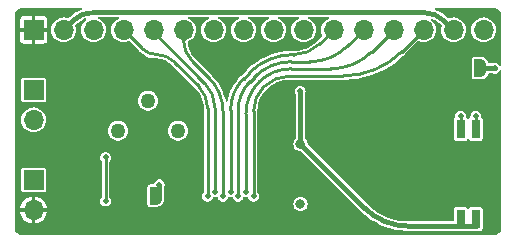
<source format=gbr>
%TF.GenerationSoftware,KiCad,Pcbnew,8.0.6*%
%TF.CreationDate,2024-12-17T20:27:31+00:00*%
%TF.ProjectId,003-UART-1602,3030332d-5541-4525-942d-313630322e6b,MkI*%
%TF.SameCoordinates,Original*%
%TF.FileFunction,Copper,L2,Bot*%
%TF.FilePolarity,Positive*%
%FSLAX46Y46*%
G04 Gerber Fmt 4.6, Leading zero omitted, Abs format (unit mm)*
G04 Created by KiCad (PCBNEW 8.0.6) date 2024-12-17 20:27:31*
%MOMM*%
%LPD*%
G01*
G04 APERTURE LIST*
G04 Aperture macros list*
%AMFreePoly0*
4,1,19,0.500000,-0.750000,0.000000,-0.750000,0.000000,-0.744911,-0.071157,-0.744911,-0.207708,-0.704816,-0.327430,-0.627875,-0.420627,-0.520320,-0.479746,-0.390866,-0.500000,-0.250000,-0.500000,0.250000,-0.479746,0.390866,-0.420627,0.520320,-0.327430,0.627875,-0.207708,0.704816,-0.071157,0.744911,0.000000,0.744911,0.000000,0.750000,0.500000,0.750000,0.500000,-0.750000,0.500000,-0.750000,
$1*%
%AMFreePoly1*
4,1,19,0.000000,0.744911,0.071157,0.744911,0.207708,0.704816,0.327430,0.627875,0.420627,0.520320,0.479746,0.390866,0.500000,0.250000,0.500000,-0.250000,0.479746,-0.390866,0.420627,-0.520320,0.327430,-0.627875,0.207708,-0.704816,0.071157,-0.744911,0.000000,-0.744911,0.000000,-0.750000,-0.500000,-0.750000,-0.500000,0.750000,0.000000,0.750000,0.000000,0.744911,0.000000,0.744911,
$1*%
G04 Aperture macros list end*
%TA.AperFunction,SMDPad,CuDef*%
%ADD10R,0.760000X1.600000*%
%TD*%
%TA.AperFunction,ComponentPad*%
%ADD11R,1.700000X1.700000*%
%TD*%
%TA.AperFunction,ComponentPad*%
%ADD12O,1.700000X1.700000*%
%TD*%
%TA.AperFunction,SMDPad,CuDef*%
%ADD13FreePoly0,0.000000*%
%TD*%
%TA.AperFunction,SMDPad,CuDef*%
%ADD14FreePoly1,0.000000*%
%TD*%
%TA.AperFunction,ComponentPad*%
%ADD15C,1.260000*%
%TD*%
%TA.AperFunction,ViaPad*%
%ADD16C,0.500000*%
%TD*%
%TA.AperFunction,ViaPad*%
%ADD17C,0.800000*%
%TD*%
%TA.AperFunction,Conductor*%
%ADD18C,0.250000*%
%TD*%
%TA.AperFunction,Conductor*%
%ADD19C,0.400000*%
%TD*%
G04 APERTURE END LIST*
D10*
%TO.P,SW1,1*%
%TO.N,/BAUD_SEL0*%
X69185000Y-71890000D03*
%TO.P,SW1,2*%
%TO.N,/BAUD_SEL1*%
X70455000Y-71890000D03*
%TO.P,SW1,3*%
%TO.N,/VBUS_VIN*%
X70455000Y-79510000D03*
%TO.P,SW1,4*%
X69185000Y-79510000D03*
%TD*%
D11*
%TO.P,DS1,1,VSS*%
%TO.N,GND*%
X33020000Y-63500000D03*
D12*
%TO.P,DS1,2,VDD*%
%TO.N,/VBUS_VIN*%
X35560000Y-63500000D03*
%TO.P,DS1,3,VO*%
%TO.N,/LCD_CONTRAST*%
X38099999Y-63500000D03*
%TO.P,DS1,4,RS*%
%TO.N,/LCD_RS*%
X40640000Y-63500000D03*
%TO.P,DS1,5,R/W*%
%TO.N,/LCD_RW*%
X43180000Y-63500000D03*
%TO.P,DS1,6,E*%
%TO.N,/LCD_EN*%
X45720000Y-63500000D03*
%TO.P,DS1,7,D0*%
%TO.N,unconnected-(DS1-D0-Pad7)*%
X48260000Y-63500000D03*
%TO.P,DS1,8,D1*%
%TO.N,unconnected-(DS1-D1-Pad8)*%
X50800001Y-63500000D03*
%TO.P,DS1,9,D2*%
%TO.N,unconnected-(DS1-D2-Pad9)*%
X53340000Y-63500000D03*
%TO.P,DS1,10,D3*%
%TO.N,unconnected-(DS1-D3-Pad10)*%
X55880000Y-63500000D03*
%TO.P,DS1,11,D4*%
%TO.N,/LCD_DA_0*%
X58420000Y-63500000D03*
%TO.P,DS1,12,D5*%
%TO.N,/LCD_DA_1*%
X60959999Y-63500000D03*
%TO.P,DS1,13,D6*%
%TO.N,/LCD_DA_2*%
X63500000Y-63500000D03*
%TO.P,DS1,14,D7*%
%TO.N,/LCD_DA_3*%
X66040000Y-63500000D03*
%TO.P,DS1,15,LED(+)*%
%TO.N,/VBUS_VIN*%
X68580000Y-63500000D03*
%TO.P,DS1,16,LED(-)*%
%TO.N,Net-(DS1-LED(-))*%
X71119999Y-63500000D03*
%TD*%
D11*
%TO.P,J2,1,Pin_1*%
%TO.N,/UART_RX*%
X33020000Y-76200000D03*
D12*
%TO.P,J2,2,Pin_2*%
%TO.N,GND*%
X33020000Y-78740000D03*
%TD*%
D11*
%TO.P,J1,1,Pin_1*%
%TO.N,/VBUS_VIN*%
X33020000Y-68580000D03*
D12*
%TO.P,J1,2,Pin_2*%
%TO.N,/VBUS_GND*%
X33020000Y-71120000D03*
%TD*%
D13*
%TO.P,JP2,1,A*%
%TO.N,GND*%
X69550001Y-66740000D03*
D14*
%TO.P,JP2,2,B*%
%TO.N,Net-(DS1-LED(-))*%
X70849999Y-66740000D03*
%TD*%
D15*
%TO.P,RV1,1,1*%
%TO.N,Net-(D1-A)*%
X45249999Y-72040000D03*
%TO.P,RV1,2,2*%
%TO.N,/LCD_CONTRAST*%
X42709999Y-69500000D03*
%TO.P,RV1,3,3*%
%TO.N,/VBUS_VIN*%
X40170000Y-72040000D03*
%TD*%
D13*
%TO.P,JP1,1,A*%
%TO.N,GND*%
X42070001Y-77540000D03*
D14*
%TO.P,JP1,2,B*%
%TO.N,Net-(D1-A)*%
X43369999Y-77540000D03*
%TD*%
D16*
%TO.N,GND*%
X64770000Y-76200000D03*
X59690000Y-72390000D03*
X59690000Y-80010000D03*
X33020000Y-73660000D03*
X33020000Y-66040000D03*
X35560000Y-80010000D03*
X35560000Y-76200000D03*
X35560000Y-72390000D03*
X38100000Y-72390000D03*
X38100000Y-76200000D03*
X38100000Y-80010000D03*
X46990000Y-69850000D03*
X46990000Y-72390000D03*
X46990000Y-74930000D03*
X64770000Y-72390000D03*
X59690000Y-68580000D03*
X64770000Y-68580000D03*
X69850000Y-64770000D03*
X67310000Y-64770000D03*
X43180000Y-67310000D03*
X49530000Y-67310000D03*
X54610000Y-64770000D03*
X52070000Y-64770000D03*
X49530000Y-64770000D03*
X46990000Y-64770000D03*
X36830000Y-64770000D03*
X34290000Y-64770000D03*
%TO.N,/VBUS_VIN*%
X55600699Y-68690000D03*
%TO.N,/CHRGPMP*%
X39120000Y-74300000D03*
X39120000Y-77990000D03*
%TO.N,/BAUD_SEL0*%
X69170000Y-70800000D03*
%TO.N,/BAUD_SEL1*%
X70470000Y-70800000D03*
%TO.N,Net-(D1-A)*%
X43670000Y-76600000D03*
%TO.N,GND*%
X35120000Y-70040000D03*
X41770000Y-76600000D03*
X69650700Y-68677500D03*
D17*
X55620000Y-75700000D03*
D16*
X42320000Y-73800000D03*
D17*
%TO.N,/VBUS_VIN*%
X55620000Y-73160000D03*
D16*
%TO.N,/LCD_DA_2*%
X51000699Y-77190000D03*
%TO.N,/LCD_RS*%
X47750699Y-77590000D03*
%TO.N,/LCD_DA_0*%
X49700699Y-77190000D03*
%TO.N,/LCD_DA_1*%
X50350699Y-77590000D03*
%TO.N,/LCD_RW*%
X48400699Y-77190000D03*
%TO.N,/LCD_DA_3*%
X51650699Y-77590000D03*
%TO.N,Net-(DS1-LED(-))*%
X72075700Y-66740000D03*
%TO.N,/LCD_EN*%
X49050699Y-77590000D03*
D17*
%TO.N,/SWIO*%
X55620000Y-78240001D03*
%TD*%
D18*
%TO.N,/LCD_DA_0*%
X49700699Y-70279510D02*
G75*
G02*
X50803923Y-67616057I3766701J10D01*
G01*
X55010694Y-65590000D02*
G75*
G03*
X51288012Y-67131978I6J-5264700D01*
G01*
%TO.N,/LCD_DA_1*%
X56431628Y-66190000D02*
G75*
G03*
X59569905Y-64890058I-28J4438200D01*
G01*
X51744118Y-67475882D02*
G75*
G02*
X54848512Y-66190015I3104382J-3104418D01*
G01*
X50350699Y-70275565D02*
G75*
G02*
X51345100Y-67874944I3395001J-35D01*
G01*
%TO.N,/LCD_DA_0*%
X57226822Y-64693178D02*
G75*
G02*
X55061702Y-65589984I-2165122J2165178D01*
G01*
%TO.N,/LCD_DA_2*%
X52121744Y-67898256D02*
G75*
G03*
X51000702Y-70604697I2706456J-2706444D01*
G01*
X54797289Y-66790000D02*
G75*
G03*
X52121743Y-67898255I11J-3783800D01*
G01*
%TO.N,/LCD_DA_3*%
X52495057Y-68324943D02*
G75*
G03*
X51650696Y-70363404I2038443J-2038457D01*
G01*
X59239531Y-67390000D02*
G75*
G03*
X64207999Y-65331973I-31J7026500D01*
G01*
X54752233Y-67390000D02*
G75*
G03*
X52495051Y-68324937I-33J-3192100D01*
G01*
%TO.N,/LCD_DA_2*%
X61641003Y-65358997D02*
G75*
G02*
X58186255Y-66789984I-3454703J3454697D01*
G01*
%TO.N,/LCD_RW*%
X47488056Y-67968056D02*
G75*
G02*
X48400707Y-70171371I-2203356J-2203344D01*
G01*
%TO.N,/LCD_EN*%
X47883748Y-67563748D02*
G75*
G02*
X49050693Y-70381017I-2817248J-2817252D01*
G01*
X45720000Y-64372158D02*
G75*
G03*
X46446778Y-66126808I2481400J-42D01*
G01*
%TO.N,/LCD_RS*%
X46989781Y-68269781D02*
G75*
G02*
X47750710Y-70106799I-1836981J-1837019D01*
G01*
X43462442Y-65590000D02*
G75*
G02*
X42212059Y-65072113I-42J1768300D01*
G01*
X43462442Y-65590000D02*
G75*
G02*
X44909288Y-66189266I58J-2046100D01*
G01*
D19*
%TO.N,/VBUS_VIN*%
X65946320Y-62000000D02*
G75*
G02*
X67881614Y-62801652I-20J-2736900D01*
G01*
X38129846Y-62000000D02*
G75*
G03*
X36303490Y-62756480I-46J-2582800D01*
G01*
X64781979Y-80115000D02*
G75*
G02*
X61014445Y-78554417I21J5328100D01*
G01*
%TO.N,Net-(DS1-LED(-))*%
X72075700Y-66740000D02*
X70849999Y-66740000D01*
%TO.N,/VBUS_VIN*%
X55620000Y-73160000D02*
X61014431Y-78554431D01*
X64781979Y-80115000D02*
X70450699Y-80115000D01*
X70450699Y-80115000D02*
X70455000Y-80110699D01*
X70455000Y-80110699D02*
X70455000Y-79510000D01*
D18*
%TO.N,/LCD_RS*%
X47750699Y-77590000D02*
X47750699Y-70106799D01*
X46989781Y-68269781D02*
X44909277Y-66189277D01*
X42212086Y-65072086D02*
X40640000Y-63500000D01*
%TO.N,/LCD_DA_3*%
X51650699Y-77590000D02*
X51650699Y-70363404D01*
X54752233Y-67390000D02*
X59239531Y-67390000D01*
X64208013Y-65331987D02*
X66040000Y-63500000D01*
%TO.N,/LCD_DA_2*%
X51000699Y-77190000D02*
X51000699Y-70604697D01*
X54797289Y-66790000D02*
X58186255Y-66790000D01*
X61641003Y-65358997D02*
X63500000Y-63500000D01*
%TO.N,/LCD_DA_1*%
X50350699Y-77590000D02*
X50350699Y-70275565D01*
X51345078Y-67874922D02*
X51744118Y-67475882D01*
X54848512Y-66190000D02*
X56431628Y-66190000D01*
X59569923Y-64890076D02*
X60959999Y-63500000D01*
%TO.N,/LCD_DA_0*%
X49700699Y-77190000D02*
X49700699Y-70279510D01*
X50803933Y-67616067D02*
X51288017Y-67131983D01*
X55010694Y-65590000D02*
X55061702Y-65590000D01*
X57226822Y-64693178D02*
X58420000Y-63500000D01*
%TO.N,/CHRGPMP*%
X39120000Y-77990000D02*
X39120000Y-74300000D01*
%TO.N,/LCD_EN*%
X49050699Y-77590000D02*
X49050699Y-70381017D01*
X47883748Y-67563748D02*
X46446793Y-66126793D01*
X45720000Y-64372158D02*
X45720000Y-63500000D01*
%TO.N,/LCD_RW*%
X48400699Y-77190000D02*
X48400699Y-70171371D01*
X47488056Y-67968056D02*
X43180000Y-63660000D01*
X43180000Y-63660000D02*
X43180000Y-63500000D01*
D19*
%TO.N,/VBUS_VIN*%
X35560000Y-63500000D02*
X36303505Y-62756495D01*
X38129846Y-62000000D02*
X65946320Y-62000000D01*
X67881633Y-62801633D02*
X68580000Y-63500000D01*
D18*
%TO.N,/BAUD_SEL0*%
X69170000Y-70800000D02*
X69185000Y-70815000D01*
X69185000Y-70815000D02*
X69185000Y-71890000D01*
%TO.N,/BAUD_SEL1*%
X70470000Y-70800000D02*
X70470000Y-71875000D01*
X70470000Y-71875000D02*
X70455000Y-71890000D01*
D19*
%TO.N,GND*%
X41770000Y-76600000D02*
X41770000Y-77239998D01*
X41770000Y-77239998D02*
X42070002Y-77540000D01*
%TO.N,Net-(D1-A)*%
X43670000Y-76600000D02*
X43670000Y-77239999D01*
X43670000Y-77239999D02*
X43369999Y-77540000D01*
%TO.N,/VBUS_VIN*%
X55600699Y-68690000D02*
X55620000Y-68709301D01*
X55620000Y-68709301D02*
X55620000Y-73160000D01*
%TD*%
%TA.AperFunction,Conductor*%
%TO.N,GND*%
G36*
X37093620Y-61672174D02*
G01*
X37115294Y-61724500D01*
X37093620Y-61776826D01*
X37069612Y-61792867D01*
X36852780Y-61882679D01*
X36852750Y-61882694D01*
X36594271Y-62020852D01*
X36594258Y-62020860D01*
X36350533Y-62183708D01*
X36123946Y-62369661D01*
X36057591Y-62436016D01*
X35999063Y-62494542D01*
X35946737Y-62516215D01*
X35925258Y-62513029D01*
X35765937Y-62464700D01*
X35560000Y-62444417D01*
X35354064Y-62464700D01*
X35156043Y-62524769D01*
X34973549Y-62622315D01*
X34813590Y-62753589D01*
X34813589Y-62753590D01*
X34682315Y-62913549D01*
X34584769Y-63096043D01*
X34524700Y-63294064D01*
X34504417Y-63500000D01*
X34524700Y-63705935D01*
X34584769Y-63903956D01*
X34617892Y-63965925D01*
X34682315Y-64086450D01*
X34813590Y-64246410D01*
X34973550Y-64377685D01*
X35156046Y-64475232D01*
X35354066Y-64535300D01*
X35560000Y-64555583D01*
X35765934Y-64535300D01*
X35963954Y-64475232D01*
X36146450Y-64377685D01*
X36306410Y-64246410D01*
X36437685Y-64086450D01*
X36535232Y-63903954D01*
X36595300Y-63705934D01*
X36615583Y-63500000D01*
X36595300Y-63294066D01*
X36546969Y-63134738D01*
X36552521Y-63078377D01*
X36565452Y-63060940D01*
X36585261Y-63041131D01*
X36588224Y-63038330D01*
X36766085Y-62879385D01*
X36772564Y-62874218D01*
X36965387Y-62737404D01*
X36972397Y-62733000D01*
X37179341Y-62618628D01*
X37186794Y-62615039D01*
X37403532Y-62525267D01*
X37460168Y-62525267D01*
X37500216Y-62565316D01*
X37500216Y-62621953D01*
X37478794Y-62650837D01*
X37353589Y-62753589D01*
X37353588Y-62753590D01*
X37222314Y-62913549D01*
X37124768Y-63096043D01*
X37064699Y-63294064D01*
X37044416Y-63500000D01*
X37064699Y-63705935D01*
X37124768Y-63903956D01*
X37157891Y-63965925D01*
X37222314Y-64086450D01*
X37353589Y-64246410D01*
X37513549Y-64377685D01*
X37696045Y-64475232D01*
X37894065Y-64535300D01*
X38099999Y-64555583D01*
X38305933Y-64535300D01*
X38503953Y-64475232D01*
X38686449Y-64377685D01*
X38846409Y-64246410D01*
X38977684Y-64086450D01*
X39075231Y-63903954D01*
X39135299Y-63705934D01*
X39155582Y-63500000D01*
X39135299Y-63294066D01*
X39075231Y-63096046D01*
X38977684Y-62913550D01*
X38846409Y-62753590D01*
X38826693Y-62737410D01*
X38686449Y-62622315D01*
X38607529Y-62580131D01*
X38532003Y-62539761D01*
X38496074Y-62495981D01*
X38501626Y-62439616D01*
X38545407Y-62403686D01*
X38566888Y-62400500D01*
X40173111Y-62400500D01*
X40225437Y-62422174D01*
X40247111Y-62474500D01*
X40225437Y-62526826D01*
X40207996Y-62539760D01*
X40192072Y-62548273D01*
X40053549Y-62622315D01*
X39893590Y-62753589D01*
X39893589Y-62753590D01*
X39762315Y-62913549D01*
X39664769Y-63096043D01*
X39604700Y-63294064D01*
X39584417Y-63500000D01*
X39604700Y-63705935D01*
X39664769Y-63903956D01*
X39697892Y-63965925D01*
X39762315Y-64086450D01*
X39893590Y-64246410D01*
X40053550Y-64377685D01*
X40236046Y-64475232D01*
X40434066Y-64535300D01*
X40640000Y-64555583D01*
X40845934Y-64535300D01*
X41043954Y-64475232D01*
X41043962Y-64475227D01*
X41043964Y-64475227D01*
X41067854Y-64462457D01*
X41124218Y-64456904D01*
X41155065Y-64475392D01*
X41942885Y-65263212D01*
X41942890Y-65263218D01*
X41960228Y-65280556D01*
X41960267Y-65280649D01*
X41981902Y-65302282D01*
X41981902Y-65302283D01*
X42065050Y-65385425D01*
X42248916Y-65532046D01*
X42448043Y-65657158D01*
X42659926Y-65759188D01*
X42881900Y-65836854D01*
X43111174Y-65889178D01*
X43344865Y-65915503D01*
X43460024Y-65915500D01*
X43464862Y-65915657D01*
X43682209Y-65929897D01*
X43691782Y-65931157D01*
X43903050Y-65973175D01*
X43912366Y-65975672D01*
X44116324Y-66044901D01*
X44125251Y-66048598D01*
X44318420Y-66143854D01*
X44326794Y-66148687D01*
X44505880Y-66268344D01*
X44513554Y-66274233D01*
X44586468Y-66338174D01*
X44677121Y-66417672D01*
X44680656Y-66420983D01*
X46758155Y-68498482D01*
X46761006Y-68501498D01*
X46811498Y-68557998D01*
X46926660Y-68686861D01*
X46931830Y-68693345D01*
X47074489Y-68894400D01*
X47078904Y-68901426D01*
X47198153Y-69117187D01*
X47201754Y-69124664D01*
X47296095Y-69352420D01*
X47298836Y-69360253D01*
X47367084Y-69597145D01*
X47368930Y-69605235D01*
X47410223Y-69848262D01*
X47411153Y-69856508D01*
X47417791Y-69974704D01*
X47424875Y-70100842D01*
X47425083Y-70104536D01*
X47425199Y-70108686D01*
X47425199Y-77250113D01*
X47407125Y-77298572D01*
X47367818Y-77343935D01*
X47367817Y-77343936D01*
X47314001Y-77461776D01*
X47295566Y-77590000D01*
X47314001Y-77718223D01*
X47314001Y-77718224D01*
X47314002Y-77718226D01*
X47367817Y-77836063D01*
X47452650Y-77933967D01*
X47561630Y-78004004D01*
X47685927Y-78040500D01*
X47815471Y-78040500D01*
X47939768Y-78004004D01*
X48048748Y-77933967D01*
X48133581Y-77836063D01*
X48187396Y-77718226D01*
X48191981Y-77686334D01*
X48220880Y-77637626D01*
X48275758Y-77623618D01*
X48286077Y-77625863D01*
X48335925Y-77640500D01*
X48335927Y-77640500D01*
X48465473Y-77640500D01*
X48496028Y-77631527D01*
X48515320Y-77625863D01*
X48571633Y-77631916D01*
X48607171Y-77676016D01*
X48609416Y-77686333D01*
X48614001Y-77718223D01*
X48614001Y-77718224D01*
X48614002Y-77718226D01*
X48667817Y-77836063D01*
X48752650Y-77933967D01*
X48861630Y-78004004D01*
X48985927Y-78040500D01*
X49115471Y-78040500D01*
X49239768Y-78004004D01*
X49348748Y-77933967D01*
X49433581Y-77836063D01*
X49487396Y-77718226D01*
X49491981Y-77686334D01*
X49520880Y-77637626D01*
X49575758Y-77623618D01*
X49586077Y-77625863D01*
X49635925Y-77640500D01*
X49635927Y-77640500D01*
X49765473Y-77640500D01*
X49796028Y-77631527D01*
X49815320Y-77625863D01*
X49871633Y-77631916D01*
X49907171Y-77676016D01*
X49909416Y-77686333D01*
X49914001Y-77718223D01*
X49914001Y-77718224D01*
X49914002Y-77718226D01*
X49967817Y-77836063D01*
X50052650Y-77933967D01*
X50161630Y-78004004D01*
X50285927Y-78040500D01*
X50415471Y-78040500D01*
X50539768Y-78004004D01*
X50648748Y-77933967D01*
X50733581Y-77836063D01*
X50787396Y-77718226D01*
X50791981Y-77686334D01*
X50820880Y-77637626D01*
X50875758Y-77623618D01*
X50886077Y-77625863D01*
X50935925Y-77640500D01*
X50935927Y-77640500D01*
X51065473Y-77640500D01*
X51096028Y-77631527D01*
X51115320Y-77625863D01*
X51171633Y-77631916D01*
X51207171Y-77676016D01*
X51209416Y-77686333D01*
X51214001Y-77718223D01*
X51214001Y-77718224D01*
X51214002Y-77718226D01*
X51267817Y-77836063D01*
X51352650Y-77933967D01*
X51461630Y-78004004D01*
X51585927Y-78040500D01*
X51715471Y-78040500D01*
X51839768Y-78004004D01*
X51948748Y-77933967D01*
X52033581Y-77836063D01*
X52087396Y-77718226D01*
X52105832Y-77590000D01*
X52087396Y-77461774D01*
X52033581Y-77343937D01*
X51994273Y-77298572D01*
X51976199Y-77250113D01*
X51976199Y-73160000D01*
X55014318Y-73160000D01*
X55034955Y-73316760D01*
X55034955Y-73316761D01*
X55095464Y-73462841D01*
X55191715Y-73588279D01*
X55191720Y-73588284D01*
X55275345Y-73652451D01*
X55317159Y-73684536D01*
X55463238Y-73745044D01*
X55620000Y-73765682D01*
X55620000Y-73765681D01*
X55620001Y-73765682D01*
X55624851Y-73765682D01*
X55624851Y-73767570D01*
X55673234Y-73780525D01*
X55680522Y-73786915D01*
X60771812Y-78878205D01*
X60772048Y-78878412D01*
X60890401Y-78996766D01*
X61078257Y-79157212D01*
X61232701Y-79289121D01*
X61596873Y-79553711D01*
X61596889Y-79553722D01*
X61980706Y-79788927D01*
X62381787Y-79993290D01*
X62381790Y-79993291D01*
X62381792Y-79993292D01*
X62797680Y-80165561D01*
X63225803Y-80304668D01*
X63663520Y-80409757D01*
X64108132Y-80480179D01*
X64556900Y-80515499D01*
X64714530Y-80515499D01*
X64714534Y-80515500D01*
X64729252Y-80515500D01*
X70503425Y-80515500D01*
X70503426Y-80515500D01*
X70508357Y-80514178D01*
X70512679Y-80513021D01*
X70531830Y-80510500D01*
X70854746Y-80510500D01*
X70854748Y-80510500D01*
X70913231Y-80498867D01*
X70979552Y-80454552D01*
X71023867Y-80388231D01*
X71035500Y-80329748D01*
X71035500Y-78690252D01*
X71023867Y-78631769D01*
X70979552Y-78565448D01*
X70951954Y-78547007D01*
X70913232Y-78521133D01*
X70913233Y-78521133D01*
X70883989Y-78515316D01*
X70854748Y-78509500D01*
X70055252Y-78509500D01*
X70026010Y-78515316D01*
X69996767Y-78521133D01*
X69930449Y-78565447D01*
X69930447Y-78565449D01*
X69882083Y-78637829D01*
X69878983Y-78635757D01*
X69848321Y-78666422D01*
X69791683Y-78666424D01*
X69761015Y-78635758D01*
X69757917Y-78637829D01*
X69725956Y-78589998D01*
X69709552Y-78565448D01*
X69681954Y-78547007D01*
X69643232Y-78521133D01*
X69643233Y-78521133D01*
X69613989Y-78515316D01*
X69584748Y-78509500D01*
X68785252Y-78509500D01*
X68756010Y-78515316D01*
X68726767Y-78521133D01*
X68660449Y-78565447D01*
X68660447Y-78565449D01*
X68616133Y-78631767D01*
X68604500Y-78690253D01*
X68604500Y-79640500D01*
X68582826Y-79692826D01*
X68530500Y-79714500D01*
X64783436Y-79714500D01*
X64780530Y-79714443D01*
X64398268Y-79699422D01*
X64392476Y-79698966D01*
X64014020Y-79654171D01*
X64008281Y-79653262D01*
X63634511Y-79578913D01*
X63628861Y-79577557D01*
X63262059Y-79474106D01*
X63256533Y-79472310D01*
X62898991Y-79340404D01*
X62893623Y-79338180D01*
X62680656Y-79240000D01*
X62547539Y-79178631D01*
X62542373Y-79176000D01*
X62209847Y-78989775D01*
X62204893Y-78986739D01*
X61888025Y-78775011D01*
X61883325Y-78771596D01*
X61584053Y-78535668D01*
X61579634Y-78531895D01*
X61567992Y-78521133D01*
X61298325Y-78271852D01*
X61296242Y-78269849D01*
X56246915Y-73220522D01*
X56225241Y-73168196D01*
X56225682Y-73161478D01*
X56225682Y-73160000D01*
X56205044Y-73003239D01*
X56205044Y-73003238D01*
X56158346Y-72890500D01*
X56144536Y-72857159D01*
X56125285Y-72832070D01*
X56048286Y-72731722D01*
X56044856Y-72728293D01*
X56046183Y-72726965D01*
X56021131Y-72683547D01*
X56020500Y-72673907D01*
X56020500Y-71070253D01*
X68604500Y-71070253D01*
X68604500Y-72709746D01*
X68616133Y-72768232D01*
X68645608Y-72812343D01*
X68660448Y-72834552D01*
X68694280Y-72857158D01*
X68726767Y-72878866D01*
X68726768Y-72878866D01*
X68726769Y-72878867D01*
X68785252Y-72890500D01*
X68785254Y-72890500D01*
X69584746Y-72890500D01*
X69584748Y-72890500D01*
X69643231Y-72878867D01*
X69709552Y-72834552D01*
X69740218Y-72788656D01*
X69757917Y-72762171D01*
X69761019Y-72764244D01*
X69791661Y-72733584D01*
X69848299Y-72733568D01*
X69878988Y-72764238D01*
X69882083Y-72762171D01*
X69915759Y-72812568D01*
X69930448Y-72834552D01*
X69964280Y-72857158D01*
X69996767Y-72878866D01*
X69996768Y-72878866D01*
X69996769Y-72878867D01*
X70055252Y-72890500D01*
X70055254Y-72890500D01*
X70854746Y-72890500D01*
X70854748Y-72890500D01*
X70913231Y-72878867D01*
X70979552Y-72834552D01*
X71023867Y-72768231D01*
X71035500Y-72709748D01*
X71035500Y-71070252D01*
X71023867Y-71011769D01*
X70979552Y-70945448D01*
X70949592Y-70925429D01*
X70918128Y-70878338D01*
X70917459Y-70853370D01*
X70925133Y-70800000D01*
X70906697Y-70671774D01*
X70852882Y-70553937D01*
X70768049Y-70456033D01*
X70699443Y-70411943D01*
X70659068Y-70385995D01*
X70534772Y-70349500D01*
X70405228Y-70349500D01*
X70280931Y-70385995D01*
X70171954Y-70456031D01*
X70171950Y-70456034D01*
X70087119Y-70553935D01*
X70033302Y-70671776D01*
X70014867Y-70799999D01*
X70019911Y-70835081D01*
X70005904Y-70889959D01*
X69987778Y-70907140D01*
X69930448Y-70945448D01*
X69930447Y-70945449D01*
X69882083Y-71017829D01*
X69878983Y-71015757D01*
X69848321Y-71046422D01*
X69791683Y-71046424D01*
X69761015Y-71015758D01*
X69757917Y-71017829D01*
X69732003Y-70979047D01*
X69709552Y-70945448D01*
X69709173Y-70945194D01*
X69652222Y-70907140D01*
X69620757Y-70860047D01*
X69620088Y-70835085D01*
X69625133Y-70800000D01*
X69606697Y-70671774D01*
X69552882Y-70553937D01*
X69468049Y-70456033D01*
X69399443Y-70411943D01*
X69359068Y-70385995D01*
X69234772Y-70349500D01*
X69105228Y-70349500D01*
X68980931Y-70385995D01*
X68871954Y-70456031D01*
X68871950Y-70456034D01*
X68787119Y-70553935D01*
X68733302Y-70671776D01*
X68714867Y-70800000D01*
X68722540Y-70853372D01*
X68708532Y-70908249D01*
X68690407Y-70925430D01*
X68660448Y-70945448D01*
X68660447Y-70945449D01*
X68616133Y-71011767D01*
X68604500Y-71070253D01*
X56020500Y-71070253D01*
X56020500Y-68871319D01*
X56027188Y-68840577D01*
X56037396Y-68818225D01*
X56043351Y-68776805D01*
X56055832Y-68690000D01*
X56037396Y-68561774D01*
X55983581Y-68443937D01*
X55898748Y-68346033D01*
X55831731Y-68302964D01*
X55789767Y-68275995D01*
X55665471Y-68239500D01*
X55535927Y-68239500D01*
X55411630Y-68275995D01*
X55302653Y-68346031D01*
X55302649Y-68346034D01*
X55217818Y-68443935D01*
X55164001Y-68561776D01*
X55145566Y-68690000D01*
X55164001Y-68818226D01*
X55212812Y-68925103D01*
X55219500Y-68955844D01*
X55219500Y-72673907D01*
X55197826Y-72726233D01*
X55192758Y-72730678D01*
X55191713Y-72731722D01*
X55095464Y-72857158D01*
X55034955Y-73003238D01*
X55034955Y-73003239D01*
X55014318Y-73160000D01*
X51976199Y-73160000D01*
X51976199Y-70365487D01*
X51976315Y-70361338D01*
X51988477Y-70144768D01*
X51992046Y-70081208D01*
X51992976Y-70072970D01*
X52039621Y-69798434D01*
X52041460Y-69790374D01*
X52118561Y-69522752D01*
X52121291Y-69514949D01*
X52227864Y-69257659D01*
X52231458Y-69250197D01*
X52366174Y-69006447D01*
X52370571Y-68999449D01*
X52531732Y-68772316D01*
X52536881Y-68765859D01*
X52722641Y-68557995D01*
X52728121Y-68552478D01*
X52801145Y-68486293D01*
X52930977Y-68368620D01*
X52936562Y-68364035D01*
X53156716Y-68200760D01*
X53162724Y-68196746D01*
X53397816Y-68055840D01*
X53404168Y-68052444D01*
X53651950Y-67935253D01*
X53658636Y-67932484D01*
X53916694Y-67840151D01*
X53923597Y-67838058D01*
X54189469Y-67771463D01*
X54196555Y-67770053D01*
X54467669Y-67729840D01*
X54474863Y-67729131D01*
X54750583Y-67715588D01*
X54754208Y-67715500D01*
X54803784Y-67715500D01*
X59187978Y-67715500D01*
X59208861Y-67715500D01*
X59208909Y-67715519D01*
X59239532Y-67715518D01*
X59239532Y-67715520D01*
X59480212Y-67715518D01*
X59960541Y-67684034D01*
X60437782Y-67621202D01*
X60784761Y-67552182D01*
X60909877Y-67527295D01*
X60909881Y-67527293D01*
X60909891Y-67527292D01*
X61374848Y-67402705D01*
X61830661Y-67247975D01*
X62275379Y-67063766D01*
X62707096Y-66850864D01*
X63123965Y-66610183D01*
X63524199Y-66342753D01*
X63906087Y-66049719D01*
X64267991Y-65732336D01*
X64438177Y-65562150D01*
X64453180Y-65547147D01*
X65524934Y-64475391D01*
X65577259Y-64453718D01*
X65612142Y-64462456D01*
X65636034Y-64475226D01*
X65636037Y-64475227D01*
X65636046Y-64475232D01*
X65834066Y-64535300D01*
X66040000Y-64555583D01*
X66245934Y-64535300D01*
X66443954Y-64475232D01*
X66626450Y-64377685D01*
X66786410Y-64246410D01*
X66917685Y-64086450D01*
X67015232Y-63903954D01*
X67075300Y-63705934D01*
X67095583Y-63500000D01*
X67075300Y-63294066D01*
X67015232Y-63096046D01*
X66917685Y-62913550D01*
X66786410Y-62753590D01*
X66766694Y-62737410D01*
X66758954Y-62731058D01*
X66695666Y-62679119D01*
X66668968Y-62629171D01*
X66685409Y-62574972D01*
X66735358Y-62548273D01*
X66770931Y-62553550D01*
X66956214Y-62630299D01*
X66963691Y-62633900D01*
X67032970Y-62672190D01*
X67185735Y-62756623D01*
X67192746Y-62761028D01*
X67355652Y-62876620D01*
X67399659Y-62907846D01*
X67406146Y-62913020D01*
X67570873Y-63060233D01*
X67595447Y-63111262D01*
X67592377Y-63136890D01*
X67544700Y-63294062D01*
X67524417Y-63500000D01*
X67544700Y-63705935D01*
X67604769Y-63903956D01*
X67637892Y-63965925D01*
X67702315Y-64086450D01*
X67833590Y-64246410D01*
X67993550Y-64377685D01*
X68176046Y-64475232D01*
X68374066Y-64535300D01*
X68580000Y-64555583D01*
X68785934Y-64535300D01*
X68983954Y-64475232D01*
X69166450Y-64377685D01*
X69326410Y-64246410D01*
X69457685Y-64086450D01*
X69555232Y-63903954D01*
X69615300Y-63705934D01*
X69635583Y-63500000D01*
X70064416Y-63500000D01*
X70084699Y-63705935D01*
X70144768Y-63903956D01*
X70177891Y-63965925D01*
X70242314Y-64086450D01*
X70373589Y-64246410D01*
X70533549Y-64377685D01*
X70716045Y-64475232D01*
X70914065Y-64535300D01*
X71119999Y-64555583D01*
X71325933Y-64535300D01*
X71523953Y-64475232D01*
X71706449Y-64377685D01*
X71866409Y-64246410D01*
X71997684Y-64086450D01*
X72095231Y-63903954D01*
X72155299Y-63705934D01*
X72175582Y-63500000D01*
X72155299Y-63294066D01*
X72095231Y-63096046D01*
X71997684Y-62913550D01*
X71866409Y-62753590D01*
X71846693Y-62737410D01*
X71706449Y-62622315D01*
X71523955Y-62524769D01*
X71523954Y-62524768D01*
X71523953Y-62524768D01*
X71380172Y-62481153D01*
X71325934Y-62464700D01*
X71119999Y-62444417D01*
X70914063Y-62464700D01*
X70716042Y-62524769D01*
X70533548Y-62622315D01*
X70373589Y-62753589D01*
X70373588Y-62753590D01*
X70242314Y-62913549D01*
X70144768Y-63096043D01*
X70084699Y-63294064D01*
X70064416Y-63500000D01*
X69635583Y-63500000D01*
X69615300Y-63294066D01*
X69555232Y-63096046D01*
X69457685Y-62913550D01*
X69326410Y-62753590D01*
X69306694Y-62737410D01*
X69166450Y-62622315D01*
X68983956Y-62524769D01*
X68983955Y-62524768D01*
X68983954Y-62524768D01*
X68840173Y-62481153D01*
X68785935Y-62464700D01*
X68580000Y-62444417D01*
X68374064Y-62464700D01*
X68214741Y-62513030D01*
X68158376Y-62507478D01*
X68140937Y-62494544D01*
X68127546Y-62481153D01*
X68127543Y-62481151D01*
X68124260Y-62477868D01*
X68123960Y-62477605D01*
X68120855Y-62474500D01*
X68055829Y-62409471D01*
X68055821Y-62409464D01*
X67817546Y-62213910D01*
X67817534Y-62213901D01*
X67561233Y-62042642D01*
X67561234Y-62042642D01*
X67561231Y-62042640D01*
X67561229Y-62042639D01*
X67289366Y-61897320D01*
X67289368Y-61897320D01*
X67289359Y-61897316D01*
X67037201Y-61792867D01*
X66997153Y-61752818D01*
X66997153Y-61696181D01*
X67037202Y-61656133D01*
X67065520Y-61650500D01*
X71962417Y-61650500D01*
X72015841Y-61650500D01*
X72024126Y-61650965D01*
X72037425Y-61652463D01*
X72145126Y-61664598D01*
X72161265Y-61668282D01*
X72272240Y-61707114D01*
X72287169Y-61714303D01*
X72303398Y-61724500D01*
X72386674Y-61776826D01*
X72386721Y-61776855D01*
X72399677Y-61787187D01*
X72482812Y-61870322D01*
X72493144Y-61883278D01*
X72555696Y-61982830D01*
X72562885Y-61997759D01*
X72578591Y-62042642D01*
X72601715Y-62108728D01*
X72605402Y-62124879D01*
X72619035Y-62245873D01*
X72619500Y-62254159D01*
X72619500Y-66506125D01*
X72597826Y-66558451D01*
X72545500Y-66580125D01*
X72493174Y-66558451D01*
X72478188Y-66536866D01*
X72458584Y-66493940D01*
X72458581Y-66493936D01*
X72429829Y-66460754D01*
X72373749Y-66396033D01*
X72306732Y-66352964D01*
X72264768Y-66325995D01*
X72140472Y-66289500D01*
X72010928Y-66289500D01*
X71886629Y-66325996D01*
X71883896Y-66327753D01*
X71843890Y-66339500D01*
X71599667Y-66339500D01*
X71547341Y-66317826D01*
X71528665Y-66286349D01*
X71521609Y-66262319D01*
X71521608Y-66262317D01*
X71487778Y-66188240D01*
X71461880Y-66131532D01*
X71461876Y-66131525D01*
X71430260Y-66082329D01*
X71336105Y-65973667D01*
X71336102Y-65973664D01*
X71291895Y-65935358D01*
X71170950Y-65857632D01*
X71170942Y-65857628D01*
X71117741Y-65833332D01*
X71117739Y-65833331D01*
X70979784Y-65792824D01*
X70979780Y-65792823D01*
X70979779Y-65792823D01*
X70921892Y-65784500D01*
X70921888Y-65784500D01*
X70349999Y-65784500D01*
X70315703Y-65788364D01*
X70304270Y-65789652D01*
X70304268Y-65789652D01*
X70221873Y-65829332D01*
X70221870Y-65829335D01*
X70164852Y-65900832D01*
X70164851Y-65900834D01*
X70164850Y-65900836D01*
X70164850Y-65900837D01*
X70144499Y-65990000D01*
X70144499Y-65990003D01*
X70144499Y-66434247D01*
X70143746Y-66444778D01*
X70141449Y-66460749D01*
X70141449Y-66519249D01*
X70143746Y-66535220D01*
X70144499Y-66545751D01*
X70144499Y-66934247D01*
X70143746Y-66944777D01*
X70141449Y-66960748D01*
X70141449Y-67019248D01*
X70143746Y-67035220D01*
X70144499Y-67045752D01*
X70144499Y-67490000D01*
X70147004Y-67512233D01*
X70149651Y-67535728D01*
X70149651Y-67535730D01*
X70189331Y-67618125D01*
X70189334Y-67618128D01*
X70260831Y-67675146D01*
X70260834Y-67675147D01*
X70260836Y-67675149D01*
X70349999Y-67695500D01*
X70350003Y-67695500D01*
X70921882Y-67695500D01*
X70921888Y-67695500D01*
X70979784Y-67687176D01*
X71117739Y-67646669D01*
X71170944Y-67622371D01*
X71291898Y-67544639D01*
X71336104Y-67506334D01*
X71430258Y-67397673D01*
X71461880Y-67348468D01*
X71521608Y-67217683D01*
X71521609Y-67217680D01*
X71528665Y-67193651D01*
X71564203Y-67149551D01*
X71599667Y-67140500D01*
X71843890Y-67140500D01*
X71883896Y-67152247D01*
X71886629Y-67154003D01*
X71886630Y-67154003D01*
X71886631Y-67154004D01*
X72010928Y-67190500D01*
X72140472Y-67190500D01*
X72264769Y-67154004D01*
X72373749Y-67083967D01*
X72458582Y-66986063D01*
X72478188Y-66943131D01*
X72519640Y-66904540D01*
X72576241Y-66906561D01*
X72614834Y-66948014D01*
X72619500Y-66973874D01*
X72619500Y-80245840D01*
X72619035Y-80254126D01*
X72605402Y-80375120D01*
X72601714Y-80391275D01*
X72562885Y-80502240D01*
X72555696Y-80517169D01*
X72493144Y-80616721D01*
X72482812Y-80629677D01*
X72399677Y-80712812D01*
X72386721Y-80723144D01*
X72287169Y-80785696D01*
X72272240Y-80792885D01*
X72182670Y-80824227D01*
X72161273Y-80831714D01*
X72145120Y-80835402D01*
X72024127Y-80849035D01*
X72015841Y-80849500D01*
X32024159Y-80849500D01*
X32015873Y-80849035D01*
X31894879Y-80835402D01*
X31878728Y-80831715D01*
X31820633Y-80811386D01*
X31767759Y-80792885D01*
X31752830Y-80785696D01*
X31653278Y-80723144D01*
X31640322Y-80712812D01*
X31557187Y-80629677D01*
X31546855Y-80616721D01*
X31484303Y-80517169D01*
X31477114Y-80502240D01*
X31475934Y-80498867D01*
X31438282Y-80391265D01*
X31434598Y-80375126D01*
X31420965Y-80254125D01*
X31420500Y-80245840D01*
X31420500Y-78589998D01*
X31878972Y-78589998D01*
X31878974Y-78590000D01*
X32542555Y-78590000D01*
X32520000Y-78674174D01*
X32520000Y-78805826D01*
X32542555Y-78890000D01*
X31878974Y-78890000D01*
X31878972Y-78890001D01*
X31884736Y-78952204D01*
X31884738Y-78952218D01*
X31943061Y-79157202D01*
X31943064Y-79157212D01*
X32038059Y-79347988D01*
X32038063Y-79347994D01*
X32166501Y-79518071D01*
X32324003Y-79661653D01*
X32505200Y-79773844D01*
X32505210Y-79773849D01*
X32703935Y-79850836D01*
X32869999Y-79881879D01*
X32870000Y-79881879D01*
X32870000Y-79217445D01*
X32954174Y-79240000D01*
X33085826Y-79240000D01*
X33170000Y-79217445D01*
X33170000Y-79881879D01*
X33336064Y-79850836D01*
X33534789Y-79773849D01*
X33534799Y-79773844D01*
X33715996Y-79661653D01*
X33873498Y-79518071D01*
X34001936Y-79347994D01*
X34001940Y-79347988D01*
X34096935Y-79157212D01*
X34096938Y-79157202D01*
X34155261Y-78952218D01*
X34155263Y-78952204D01*
X34161027Y-78890001D01*
X34161026Y-78890000D01*
X33497445Y-78890000D01*
X33520000Y-78805826D01*
X33520000Y-78674174D01*
X33497445Y-78590000D01*
X34161026Y-78590000D01*
X34161027Y-78589998D01*
X34155263Y-78527795D01*
X34155261Y-78527781D01*
X34096938Y-78322797D01*
X34096935Y-78322787D01*
X34001940Y-78132011D01*
X34001936Y-78132005D01*
X33873498Y-77961928D01*
X33715996Y-77818346D01*
X33534799Y-77706155D01*
X33534789Y-77706150D01*
X33336063Y-77629162D01*
X33170000Y-77598119D01*
X33170000Y-78262554D01*
X33085826Y-78240000D01*
X32954174Y-78240000D01*
X32870000Y-78262554D01*
X32870000Y-77598119D01*
X32869999Y-77598119D01*
X32703936Y-77629162D01*
X32505210Y-77706150D01*
X32505200Y-77706155D01*
X32324003Y-77818346D01*
X32166501Y-77961928D01*
X32038063Y-78132005D01*
X32038059Y-78132011D01*
X31943064Y-78322787D01*
X31943061Y-78322797D01*
X31884738Y-78527781D01*
X31884736Y-78527795D01*
X31878972Y-78589998D01*
X31420500Y-78589998D01*
X31420500Y-75330253D01*
X31969500Y-75330253D01*
X31969500Y-77069746D01*
X31981133Y-77128232D01*
X32010608Y-77172343D01*
X32025448Y-77194552D01*
X32048581Y-77210009D01*
X32091767Y-77238866D01*
X32091768Y-77238866D01*
X32091769Y-77238867D01*
X32150252Y-77250500D01*
X32150254Y-77250500D01*
X33889746Y-77250500D01*
X33889748Y-77250500D01*
X33948231Y-77238867D01*
X34014552Y-77194552D01*
X34058867Y-77128231D01*
X34070500Y-77069748D01*
X34070500Y-75330252D01*
X34058867Y-75271769D01*
X34014552Y-75205448D01*
X33992343Y-75190608D01*
X33948232Y-75161133D01*
X33948233Y-75161133D01*
X33918989Y-75155316D01*
X33889748Y-75149500D01*
X32150252Y-75149500D01*
X32121010Y-75155316D01*
X32091767Y-75161133D01*
X32025449Y-75205447D01*
X32025447Y-75205449D01*
X31981133Y-75271767D01*
X31969500Y-75330253D01*
X31420500Y-75330253D01*
X31420500Y-74300000D01*
X38664867Y-74300000D01*
X38683302Y-74428223D01*
X38683302Y-74428224D01*
X38683303Y-74428226D01*
X38737118Y-74546063D01*
X38776426Y-74591428D01*
X38794500Y-74639886D01*
X38794500Y-77650113D01*
X38776426Y-77698572D01*
X38737119Y-77743935D01*
X38737118Y-77743936D01*
X38683302Y-77861776D01*
X38664867Y-77990000D01*
X38683302Y-78118223D01*
X38683302Y-78118224D01*
X38683303Y-78118226D01*
X38737118Y-78236063D01*
X38821951Y-78333967D01*
X38930931Y-78404004D01*
X39055228Y-78440500D01*
X39184772Y-78440500D01*
X39309069Y-78404004D01*
X39418049Y-78333967D01*
X39502882Y-78236063D01*
X39556697Y-78118226D01*
X39575133Y-77990000D01*
X39556697Y-77861774D01*
X39502882Y-77743937D01*
X39463574Y-77698572D01*
X39445500Y-77650113D01*
X39445500Y-77260749D01*
X42661449Y-77260749D01*
X42661449Y-77319249D01*
X42663746Y-77335220D01*
X42664499Y-77345751D01*
X42664499Y-77734247D01*
X42663746Y-77744777D01*
X42661449Y-77760748D01*
X42661449Y-77819248D01*
X42663746Y-77835220D01*
X42664499Y-77845752D01*
X42664499Y-78290000D01*
X42668193Y-78322787D01*
X42669651Y-78335728D01*
X42669651Y-78335730D01*
X42709331Y-78418125D01*
X42709334Y-78418128D01*
X42780831Y-78475146D01*
X42780834Y-78475147D01*
X42780836Y-78475149D01*
X42869999Y-78495500D01*
X42870003Y-78495500D01*
X43441882Y-78495500D01*
X43441888Y-78495500D01*
X43499784Y-78487176D01*
X43637739Y-78446669D01*
X43690944Y-78422371D01*
X43811898Y-78344639D01*
X43856104Y-78306334D01*
X43913581Y-78240001D01*
X55014318Y-78240001D01*
X55034955Y-78396761D01*
X55034955Y-78396762D01*
X55095464Y-78542842D01*
X55191715Y-78668280D01*
X55191720Y-78668285D01*
X55220350Y-78690253D01*
X55317159Y-78764537D01*
X55463238Y-78825045D01*
X55620000Y-78845683D01*
X55776762Y-78825045D01*
X55922841Y-78764537D01*
X56048282Y-78668283D01*
X56144536Y-78542842D01*
X56205044Y-78396763D01*
X56225682Y-78240001D01*
X56205044Y-78083239D01*
X56144536Y-77937160D01*
X56086692Y-77861776D01*
X56048284Y-77811721D01*
X56048279Y-77811716D01*
X55922841Y-77715465D01*
X55776761Y-77654956D01*
X55620000Y-77634319D01*
X55463239Y-77654956D01*
X55463238Y-77654956D01*
X55317158Y-77715465D01*
X55191720Y-77811716D01*
X55191715Y-77811721D01*
X55095464Y-77937159D01*
X55034955Y-78083239D01*
X55034955Y-78083240D01*
X55014318Y-78240001D01*
X43913581Y-78240001D01*
X43950258Y-78197673D01*
X43981880Y-78148468D01*
X44041608Y-78017683D01*
X44058087Y-77961561D01*
X44078549Y-77819246D01*
X44078549Y-77760755D01*
X44076252Y-77744777D01*
X44075499Y-77734247D01*
X44075499Y-77345751D01*
X44076252Y-77335220D01*
X44078548Y-77319249D01*
X44078549Y-77319245D01*
X44078549Y-77260754D01*
X44071253Y-77210009D01*
X44070500Y-77199478D01*
X44070500Y-76823583D01*
X44077187Y-76792842D01*
X44078485Y-76790000D01*
X44106697Y-76728226D01*
X44125133Y-76600000D01*
X44106697Y-76471774D01*
X44052882Y-76353937D01*
X43968049Y-76256033D01*
X43901032Y-76212964D01*
X43859068Y-76185995D01*
X43734772Y-76149500D01*
X43605228Y-76149500D01*
X43480931Y-76185995D01*
X43371954Y-76256031D01*
X43371950Y-76256034D01*
X43287119Y-76353935D01*
X43233302Y-76471776D01*
X43226221Y-76521031D01*
X43197321Y-76569740D01*
X43152974Y-76584500D01*
X42869999Y-76584500D01*
X42835703Y-76588364D01*
X42824270Y-76589652D01*
X42824268Y-76589652D01*
X42741873Y-76629332D01*
X42741870Y-76629335D01*
X42684852Y-76700832D01*
X42684851Y-76700834D01*
X42684850Y-76700836D01*
X42684850Y-76700837D01*
X42664499Y-76790000D01*
X42664499Y-76790003D01*
X42664499Y-77234247D01*
X42663746Y-77244778D01*
X42661449Y-77260749D01*
X39445500Y-77260749D01*
X39445500Y-74639886D01*
X39463573Y-74591428D01*
X39502882Y-74546063D01*
X39556697Y-74428226D01*
X39575133Y-74300000D01*
X39556697Y-74171774D01*
X39502882Y-74053937D01*
X39418049Y-73956033D01*
X39351032Y-73912964D01*
X39309068Y-73885995D01*
X39184772Y-73849500D01*
X39055228Y-73849500D01*
X38930931Y-73885995D01*
X38821954Y-73956031D01*
X38821950Y-73956034D01*
X38737119Y-74053935D01*
X38683302Y-74171776D01*
X38664867Y-74300000D01*
X31420500Y-74300000D01*
X31420500Y-71120000D01*
X31964417Y-71120000D01*
X31983800Y-71316802D01*
X31984700Y-71325934D01*
X32044768Y-71523954D01*
X32142315Y-71706450D01*
X32273590Y-71866410D01*
X32433550Y-71997685D01*
X32616046Y-72095232D01*
X32814066Y-72155300D01*
X33020000Y-72175583D01*
X33225934Y-72155300D01*
X33423954Y-72095232D01*
X33527285Y-72040000D01*
X39334925Y-72040000D01*
X39347043Y-72155300D01*
X39353174Y-72213627D01*
X39407119Y-72379652D01*
X39494407Y-72530842D01*
X39494410Y-72530845D01*
X39611228Y-72660584D01*
X39752455Y-72763192D01*
X39752462Y-72763196D01*
X39911948Y-72834204D01*
X40082711Y-72870500D01*
X40082712Y-72870500D01*
X40257288Y-72870500D01*
X40257289Y-72870500D01*
X40428052Y-72834204D01*
X40587538Y-72763196D01*
X40628296Y-72733584D01*
X40728771Y-72660584D01*
X40728770Y-72660584D01*
X40728774Y-72660582D01*
X40845590Y-72530845D01*
X40932879Y-72379656D01*
X40986827Y-72213622D01*
X41005075Y-72040000D01*
X44414924Y-72040000D01*
X44427042Y-72155300D01*
X44433173Y-72213627D01*
X44487118Y-72379652D01*
X44574406Y-72530842D01*
X44574409Y-72530845D01*
X44691227Y-72660584D01*
X44832454Y-72763192D01*
X44832461Y-72763196D01*
X44991947Y-72834204D01*
X45162710Y-72870500D01*
X45162711Y-72870500D01*
X45337287Y-72870500D01*
X45337288Y-72870500D01*
X45508051Y-72834204D01*
X45667537Y-72763196D01*
X45708295Y-72733584D01*
X45808770Y-72660584D01*
X45808769Y-72660584D01*
X45808773Y-72660582D01*
X45925589Y-72530845D01*
X46012878Y-72379656D01*
X46066826Y-72213622D01*
X46085074Y-72040000D01*
X46066826Y-71866378D01*
X46012878Y-71700344D01*
X45972368Y-71630179D01*
X45925591Y-71549157D01*
X45925588Y-71549154D01*
X45808770Y-71419415D01*
X45667543Y-71316807D01*
X45667536Y-71316803D01*
X45508052Y-71245796D01*
X45508050Y-71245795D01*
X45373583Y-71217214D01*
X45337288Y-71209500D01*
X45162710Y-71209500D01*
X45132777Y-71215862D01*
X44991947Y-71245795D01*
X44991945Y-71245796D01*
X44832463Y-71316802D01*
X44832458Y-71316805D01*
X44691225Y-71419417D01*
X44574409Y-71549154D01*
X44574406Y-71549157D01*
X44487118Y-71700347D01*
X44433173Y-71866372D01*
X44433172Y-71866376D01*
X44433172Y-71866378D01*
X44414924Y-72040000D01*
X41005075Y-72040000D01*
X40986827Y-71866378D01*
X40932879Y-71700344D01*
X40892369Y-71630179D01*
X40845592Y-71549157D01*
X40845589Y-71549154D01*
X40728771Y-71419415D01*
X40587544Y-71316807D01*
X40587537Y-71316803D01*
X40428053Y-71245796D01*
X40428051Y-71245795D01*
X40293584Y-71217214D01*
X40257289Y-71209500D01*
X40082711Y-71209500D01*
X40052778Y-71215862D01*
X39911948Y-71245795D01*
X39911946Y-71245796D01*
X39752464Y-71316802D01*
X39752459Y-71316805D01*
X39611226Y-71419417D01*
X39494410Y-71549154D01*
X39494407Y-71549157D01*
X39407119Y-71700347D01*
X39353174Y-71866372D01*
X39353173Y-71866376D01*
X39353173Y-71866378D01*
X39334925Y-72040000D01*
X33527285Y-72040000D01*
X33606450Y-71997685D01*
X33766410Y-71866410D01*
X33897685Y-71706450D01*
X33995232Y-71523954D01*
X34055300Y-71325934D01*
X34075583Y-71120000D01*
X34055300Y-70914066D01*
X33995232Y-70716046D01*
X33897685Y-70533550D01*
X33766410Y-70373590D01*
X33756536Y-70365487D01*
X33606450Y-70242315D01*
X33423956Y-70144769D01*
X33423955Y-70144768D01*
X33423954Y-70144768D01*
X33305006Y-70108686D01*
X33225935Y-70084700D01*
X33020000Y-70064417D01*
X32814064Y-70084700D01*
X32616043Y-70144769D01*
X32433549Y-70242315D01*
X32273590Y-70373589D01*
X32273589Y-70373590D01*
X32142315Y-70533549D01*
X32044769Y-70716043D01*
X31984700Y-70914064D01*
X31964417Y-71120000D01*
X31420500Y-71120000D01*
X31420500Y-67710253D01*
X31969500Y-67710253D01*
X31969500Y-69449746D01*
X31981133Y-69508232D01*
X32006768Y-69546596D01*
X32025448Y-69574552D01*
X32059260Y-69597145D01*
X32091767Y-69618866D01*
X32091768Y-69618866D01*
X32091769Y-69618867D01*
X32150252Y-69630500D01*
X32150254Y-69630500D01*
X33889746Y-69630500D01*
X33889748Y-69630500D01*
X33948231Y-69618867D01*
X34014552Y-69574552D01*
X34058867Y-69508231D01*
X34060504Y-69500000D01*
X41874924Y-69500000D01*
X41886130Y-69606623D01*
X41893173Y-69673627D01*
X41947118Y-69839652D01*
X42034406Y-69990842D01*
X42034409Y-69990845D01*
X42151227Y-70120584D01*
X42292454Y-70223192D01*
X42292461Y-70223196D01*
X42451947Y-70294204D01*
X42622710Y-70330500D01*
X42622711Y-70330500D01*
X42797287Y-70330500D01*
X42797288Y-70330500D01*
X42968051Y-70294204D01*
X43127537Y-70223196D01*
X43268773Y-70120582D01*
X43385589Y-69990845D01*
X43472878Y-69839656D01*
X43526826Y-69673622D01*
X43545074Y-69500000D01*
X43526826Y-69326378D01*
X43472878Y-69160344D01*
X43407898Y-69047795D01*
X43385591Y-69009157D01*
X43385588Y-69009154D01*
X43321525Y-68938005D01*
X43268773Y-68879418D01*
X43268772Y-68879417D01*
X43268770Y-68879415D01*
X43127543Y-68776807D01*
X43127536Y-68776803D01*
X42968052Y-68705796D01*
X42968050Y-68705795D01*
X42833583Y-68677214D01*
X42797288Y-68669500D01*
X42622710Y-68669500D01*
X42592777Y-68675862D01*
X42451947Y-68705795D01*
X42451945Y-68705796D01*
X42292463Y-68776802D01*
X42292458Y-68776805D01*
X42151225Y-68879417D01*
X42034409Y-69009154D01*
X42034406Y-69009157D01*
X41947118Y-69160347D01*
X41893173Y-69326372D01*
X41893172Y-69326376D01*
X41893172Y-69326378D01*
X41874924Y-69500000D01*
X34060504Y-69500000D01*
X34070500Y-69449748D01*
X34070500Y-67710252D01*
X34058867Y-67651769D01*
X34014552Y-67585448D01*
X33992343Y-67570608D01*
X33948232Y-67541133D01*
X33948233Y-67541133D01*
X33918989Y-67535316D01*
X33889748Y-67529500D01*
X32150252Y-67529500D01*
X32121010Y-67535316D01*
X32091767Y-67541133D01*
X32025449Y-67585447D01*
X32025447Y-67585449D01*
X31981133Y-67651767D01*
X31969500Y-67710253D01*
X31420500Y-67710253D01*
X31420500Y-62605210D01*
X31870000Y-62605210D01*
X31870000Y-63350000D01*
X32542555Y-63350000D01*
X32520000Y-63434174D01*
X32520000Y-63565826D01*
X32542555Y-63650000D01*
X31870001Y-63650000D01*
X31870001Y-64394792D01*
X31872908Y-64419868D01*
X31872910Y-64419874D01*
X31918213Y-64522478D01*
X31997521Y-64601786D01*
X32100124Y-64647089D01*
X32100123Y-64647089D01*
X32125210Y-64649999D01*
X32870000Y-64649999D01*
X32870000Y-63977445D01*
X32954174Y-64000000D01*
X33085826Y-64000000D01*
X33170000Y-63977445D01*
X33170000Y-64649999D01*
X33914792Y-64649999D01*
X33939868Y-64647091D01*
X33939874Y-64647089D01*
X34042478Y-64601786D01*
X34121786Y-64522478D01*
X34167089Y-64419875D01*
X34170000Y-64394789D01*
X34170000Y-63650000D01*
X33497445Y-63650000D01*
X33520000Y-63565826D01*
X33520000Y-63434174D01*
X33497445Y-63350000D01*
X34169999Y-63350000D01*
X34169999Y-62605207D01*
X34167091Y-62580131D01*
X34167089Y-62580125D01*
X34121786Y-62477521D01*
X34042478Y-62398213D01*
X33939875Y-62352910D01*
X33939876Y-62352910D01*
X33914789Y-62350000D01*
X33170000Y-62350000D01*
X33170000Y-63022554D01*
X33085826Y-63000000D01*
X32954174Y-63000000D01*
X32870000Y-63022554D01*
X32870000Y-62350000D01*
X32125207Y-62350000D01*
X32100131Y-62352908D01*
X32100125Y-62352910D01*
X31997521Y-62398213D01*
X31918213Y-62477521D01*
X31872910Y-62580124D01*
X31870000Y-62605210D01*
X31420500Y-62605210D01*
X31420500Y-62254159D01*
X31420965Y-62245874D01*
X31427969Y-62183708D01*
X31434598Y-62124871D01*
X31438282Y-62108736D01*
X31477115Y-61997755D01*
X31484303Y-61982830D01*
X31522494Y-61922049D01*
X31546859Y-61883272D01*
X31557183Y-61870326D01*
X31640326Y-61787183D01*
X31653272Y-61776859D01*
X31752831Y-61714302D01*
X31767755Y-61707115D01*
X31878736Y-61668282D01*
X31894871Y-61664598D01*
X32004018Y-61652300D01*
X32015874Y-61650965D01*
X32024159Y-61650500D01*
X32077583Y-61650500D01*
X37041294Y-61650500D01*
X37093620Y-61672174D01*
G37*
%TD.AperFunction*%
%TA.AperFunction,Conductor*%
G36*
X47845437Y-62422174D02*
G01*
X47867111Y-62474500D01*
X47845437Y-62526826D01*
X47827996Y-62539760D01*
X47812072Y-62548273D01*
X47673549Y-62622315D01*
X47513590Y-62753589D01*
X47513589Y-62753590D01*
X47382315Y-62913549D01*
X47284769Y-63096043D01*
X47224700Y-63294064D01*
X47204417Y-63500000D01*
X47224700Y-63705935D01*
X47284769Y-63903956D01*
X47317892Y-63965925D01*
X47382315Y-64086450D01*
X47513590Y-64246410D01*
X47673550Y-64377685D01*
X47856046Y-64475232D01*
X48054066Y-64535300D01*
X48260000Y-64555583D01*
X48465934Y-64535300D01*
X48663954Y-64475232D01*
X48846450Y-64377685D01*
X49006410Y-64246410D01*
X49137685Y-64086450D01*
X49235232Y-63903954D01*
X49295300Y-63705934D01*
X49315583Y-63500000D01*
X49295300Y-63294066D01*
X49235232Y-63096046D01*
X49137685Y-62913550D01*
X49006410Y-62753590D01*
X48986694Y-62737410D01*
X48846450Y-62622315D01*
X48767530Y-62580131D01*
X48692004Y-62539761D01*
X48656075Y-62495981D01*
X48661627Y-62439616D01*
X48705408Y-62403686D01*
X48726889Y-62400500D01*
X50333112Y-62400500D01*
X50385438Y-62422174D01*
X50407112Y-62474500D01*
X50385438Y-62526826D01*
X50367997Y-62539760D01*
X50352073Y-62548273D01*
X50213550Y-62622315D01*
X50053591Y-62753589D01*
X50053590Y-62753590D01*
X49922316Y-62913549D01*
X49824770Y-63096043D01*
X49764701Y-63294064D01*
X49744418Y-63500000D01*
X49764701Y-63705935D01*
X49824770Y-63903956D01*
X49857893Y-63965925D01*
X49922316Y-64086450D01*
X50053591Y-64246410D01*
X50213551Y-64377685D01*
X50396047Y-64475232D01*
X50594067Y-64535300D01*
X50800001Y-64555583D01*
X51005935Y-64535300D01*
X51203955Y-64475232D01*
X51386451Y-64377685D01*
X51546411Y-64246410D01*
X51677686Y-64086450D01*
X51775233Y-63903954D01*
X51835301Y-63705934D01*
X51855584Y-63500000D01*
X51835301Y-63294066D01*
X51775233Y-63096046D01*
X51677686Y-62913550D01*
X51546411Y-62753590D01*
X51526695Y-62737410D01*
X51386451Y-62622315D01*
X51307531Y-62580131D01*
X51232005Y-62539761D01*
X51196076Y-62495981D01*
X51201628Y-62439616D01*
X51245409Y-62403686D01*
X51266890Y-62400500D01*
X52873111Y-62400500D01*
X52925437Y-62422174D01*
X52947111Y-62474500D01*
X52925437Y-62526826D01*
X52907996Y-62539760D01*
X52892072Y-62548273D01*
X52753549Y-62622315D01*
X52593590Y-62753589D01*
X52593589Y-62753590D01*
X52462315Y-62913549D01*
X52364769Y-63096043D01*
X52304700Y-63294064D01*
X52284417Y-63500000D01*
X52304700Y-63705935D01*
X52364769Y-63903956D01*
X52397892Y-63965925D01*
X52462315Y-64086450D01*
X52593590Y-64246410D01*
X52753550Y-64377685D01*
X52936046Y-64475232D01*
X53134066Y-64535300D01*
X53340000Y-64555583D01*
X53545934Y-64535300D01*
X53743954Y-64475232D01*
X53926450Y-64377685D01*
X54086410Y-64246410D01*
X54217685Y-64086450D01*
X54315232Y-63903954D01*
X54375300Y-63705934D01*
X54395583Y-63500000D01*
X54375300Y-63294066D01*
X54315232Y-63096046D01*
X54217685Y-62913550D01*
X54086410Y-62753590D01*
X54066694Y-62737410D01*
X53926450Y-62622315D01*
X53847530Y-62580131D01*
X53772004Y-62539761D01*
X53736075Y-62495981D01*
X53741627Y-62439616D01*
X53785408Y-62403686D01*
X53806889Y-62400500D01*
X55413111Y-62400500D01*
X55465437Y-62422174D01*
X55487111Y-62474500D01*
X55465437Y-62526826D01*
X55447996Y-62539760D01*
X55432072Y-62548273D01*
X55293549Y-62622315D01*
X55133590Y-62753589D01*
X55133589Y-62753590D01*
X55002315Y-62913549D01*
X54904769Y-63096043D01*
X54844700Y-63294064D01*
X54824417Y-63500000D01*
X54844700Y-63705935D01*
X54904769Y-63903956D01*
X54937892Y-63965925D01*
X55002315Y-64086450D01*
X55133590Y-64246410D01*
X55293550Y-64377685D01*
X55476046Y-64475232D01*
X55674066Y-64535300D01*
X55880000Y-64555583D01*
X56085934Y-64535300D01*
X56283954Y-64475232D01*
X56466450Y-64377685D01*
X56626410Y-64246410D01*
X56757685Y-64086450D01*
X56855232Y-63903954D01*
X56915300Y-63705934D01*
X56935583Y-63500000D01*
X56915300Y-63294066D01*
X56855232Y-63096046D01*
X56757685Y-62913550D01*
X56626410Y-62753590D01*
X56606694Y-62737410D01*
X56466450Y-62622315D01*
X56387530Y-62580131D01*
X56312004Y-62539761D01*
X56276075Y-62495981D01*
X56281627Y-62439616D01*
X56325408Y-62403686D01*
X56346889Y-62400500D01*
X57953111Y-62400500D01*
X58005437Y-62422174D01*
X58027111Y-62474500D01*
X58005437Y-62526826D01*
X57987996Y-62539760D01*
X57972072Y-62548273D01*
X57833549Y-62622315D01*
X57673590Y-62753589D01*
X57673589Y-62753590D01*
X57542315Y-62913549D01*
X57444769Y-63096043D01*
X57384700Y-63294064D01*
X57384700Y-63294066D01*
X57364417Y-63500000D01*
X57384700Y-63705934D01*
X57444768Y-63903954D01*
X57444769Y-63903955D01*
X57444770Y-63903958D01*
X57457543Y-63927855D01*
X57463095Y-63984219D01*
X57444607Y-64015064D01*
X56998126Y-64461545D01*
X56995109Y-64464397D01*
X56770945Y-64664718D01*
X56764457Y-64669892D01*
X56520967Y-64842653D01*
X56513941Y-64847068D01*
X56252630Y-64991487D01*
X56245153Y-64995087D01*
X55969333Y-65109334D01*
X55961501Y-65112075D01*
X55674603Y-65194728D01*
X55666524Y-65196572D01*
X55372184Y-65246581D01*
X55363943Y-65247510D01*
X55096220Y-65262545D01*
X55063481Y-65264384D01*
X55059335Y-65264500D01*
X54963075Y-65264500D01*
X54962952Y-65264508D01*
X54791056Y-65264508D01*
X54774653Y-65265799D01*
X54353140Y-65298973D01*
X54353137Y-65298973D01*
X53919274Y-65367690D01*
X53919249Y-65367695D01*
X53492147Y-65470233D01*
X53492119Y-65470241D01*
X53074373Y-65605974D01*
X53074333Y-65605989D01*
X52668531Y-65774077D01*
X52668524Y-65774080D01*
X52277119Y-65973509D01*
X51902572Y-66203030D01*
X51902552Y-66203043D01*
X51547193Y-66461226D01*
X51213161Y-66746513D01*
X51090749Y-66868924D01*
X51090738Y-66868933D01*
X51090739Y-66868934D01*
X50595452Y-67364221D01*
X50595417Y-67364235D01*
X50447421Y-67512233D01*
X50217727Y-67785976D01*
X50217721Y-67785984D01*
X50012782Y-68078669D01*
X50012774Y-68078682D01*
X49834103Y-68388154D01*
X49834096Y-68388168D01*
X49683088Y-68712010D01*
X49560879Y-69047779D01*
X49560875Y-69047792D01*
X49468391Y-69392956D01*
X49441300Y-69546597D01*
X49410868Y-69594364D01*
X49355574Y-69606623D01*
X49307807Y-69576191D01*
X49295550Y-69546601D01*
X49278047Y-69447335D01*
X49180646Y-69083825D01*
X49180645Y-69083822D01*
X49180641Y-69083809D01*
X49083977Y-68818226D01*
X49051934Y-68730188D01*
X48892889Y-68389114D01*
X48704723Y-68063200D01*
X48488867Y-67754926D01*
X48246965Y-67466638D01*
X48144214Y-67363887D01*
X48144213Y-67363886D01*
X46678413Y-65898086D01*
X46675561Y-65895069D01*
X46628874Y-65842826D01*
X46518623Y-65719453D01*
X46513453Y-65712970D01*
X46451430Y-65625556D01*
X46378361Y-65522573D01*
X46373947Y-65515548D01*
X46362977Y-65495698D01*
X46261016Y-65311209D01*
X46257418Y-65303737D01*
X46255445Y-65298974D01*
X46168085Y-65088060D01*
X46165344Y-65080227D01*
X46140358Y-64993495D01*
X46100717Y-64855893D01*
X46098871Y-64847805D01*
X46097940Y-64842327D01*
X46059768Y-64617646D01*
X46058840Y-64609402D01*
X46055784Y-64554977D01*
X46074491Y-64501518D01*
X46108188Y-64480014D01*
X46123954Y-64475232D01*
X46306450Y-64377685D01*
X46466410Y-64246410D01*
X46597685Y-64086450D01*
X46695232Y-63903954D01*
X46755300Y-63705934D01*
X46775583Y-63500000D01*
X46755300Y-63294066D01*
X46695232Y-63096046D01*
X46597685Y-62913550D01*
X46466410Y-62753590D01*
X46446694Y-62737410D01*
X46306450Y-62622315D01*
X46227530Y-62580131D01*
X46152004Y-62539761D01*
X46116075Y-62495981D01*
X46121627Y-62439616D01*
X46165408Y-62403686D01*
X46186889Y-62400500D01*
X47793111Y-62400500D01*
X47845437Y-62422174D01*
G37*
%TD.AperFunction*%
%TD*%
M02*

</source>
